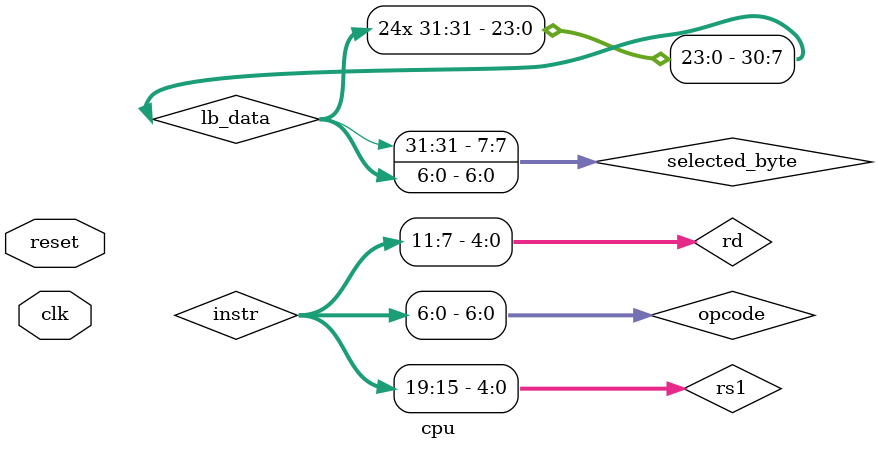
<source format=sv>
`timescale 1ns/1ps

module cpu (
    input clk,
    input reset
);

//control signals
reg reg_write;
reg [3:0] alu_op;

wire [31:0] pc_val;
wire [31:0] pc_next;
wire [31:0] instr;


wire [31:0] rd1, rd2;
wire [31:0] alu_out;

//memory controls 
reg mem_read;
reg mem_to_reg;
wire [31:0] mem_data;
wire [31:0] address;
assign address = alu_out;
wire [7:0] selected_byte;

assign selected_byte =
    (address[1:0] == 2'b00) ? mem_data[7:0]   :
    (address[1:0] == 2'b01) ? mem_data[15:8]  :
    (address[1:0] == 2'b10) ? mem_data[23:16] :
                              mem_data[31:24];

wire [31:0] lb_data = {{24{selected_byte[7]}}, selected_byte};
wire [31:0] write_data;
assign write_data = (mem_to_reg) ? lb_data : alu_out;


//decode wires
wire [6:0] opcode = instr[6:0];
wire [2:0] funct3 = instr[14:12];
wire [6:0] funct7 = instr[31:25];
wire [4:0] rs1 = instr[19:15];
wire [4:0] rs2 = instr[24:20];
wire [4:0] rd  = instr[11:7];

wire [31:0] alu_input_b;

//decode for I-type
wire [31:0] imm_ext = {{20{instr[31]}}, instr[31:20]}; //concadonates the signed bit to fit the 32 bit alu

reg alu_src;

assign pc_next = pc_val + 32'd4; //pc inc

assign alu_input_b = (alu_src) ? imm_ext : rd2; //need to fix

pc PC (
    .clk(clk),
    .reset(reset),
    .pc_next(pc_next),
    .pc_out(pc_val)
);

imem IMEM (
    .pc(pc_val),
    .instr(instr)
);

regfile RF (
    .clk(clk),
    .w_en(reg_write),
    .rs1(rs1),
    .rs2(rs2),
    .rd(rd),
    .wd(write_data),
    .rd1(rd1),
    .rd2(rd2)
);

alu ALU (
    .a(rd1),
    .b(alu_input_b),
    .op(alu_op),
    .alu_out(alu_out)
);

dmem memory(
    .address(address),
    .mem_read(mem_read),
    .data(mem_data)

);

always @(*) begin
    //default control signals
    reg_write = 1'b0;
    alu_op    = 4'b0000;
    alu_src = 1'b0;
    mem_read  = 0;
    mem_to_reg = 0;

    case (opcode)

        // R-type instructions
        7'b0110011: begin
            reg_write = 1'b1;

            case ({funct7, funct3})
                10'b0000000000: alu_op = 4'b0000; //ADD
                10'b0100000000: alu_op = 4'b0001; //SUB
                10'b0000000001: alu_op = 4'b0010; //SLL (shift left logical)
                10'b0000000010: alu_op = 4'b0011; //SLT (set less than)
                10'b0000000011: alu_op = 4'b0100; //STLU (set less than unsigned)
                10'b0000000100: alu_op = 4'b0101; //XOR
                10'b0000000101: alu_op = 4'b0110; //SLR (shift right)
                10'b0100000101: alu_op = 4'b0111; //SRA (shift right arithmatic)
                10'b0000000110: alu_op = 4'b1000; //OR
                10'b0000000111: alu_op = 4'b1001; //AND

            endcase

        end

        7'b0010011: begin
            reg_write = 1'b1;
            alu_src = 1;

            

            case ({instr[30], funct3})
                4'b0000: alu_op = 4'b0000; //addi
                4'b0010: alu_op = 4'b0011; //slti
                4'b0011: alu_op = 4'b0100; //left off here. Test slti first and then go do this
                4'b0100: alu_op = 4'b0101; //xor imm
                4'b0110: alu_op = 4'b1000; //or imm
                4'b0111: alu_op = 4'b1000; //and imm
                4'b0001: alu_op = 4'b0010; //slli
                4'b0101: alu_op = 4'b0110; //srli
                4'b1101: alu_op = 4'b0111; //srai

            endcase
        end
            
        7'b0000011: begin
            reg_write = 1'b1;
            alu_src = 1'b1;
            mem_read  = 1;   // read memory
            mem_to_reg = 1;  // write memory data back


            case (funct3)
                3'b000: alu_op =  4'b0000; //single bite load
                //3'b001: //left off here 
                //3'b010:
                //3'b100:
                //3'b101:

            endcase

        end

        default: begin
            // keep default values
        end

    endcase
end



endmodule

</source>
